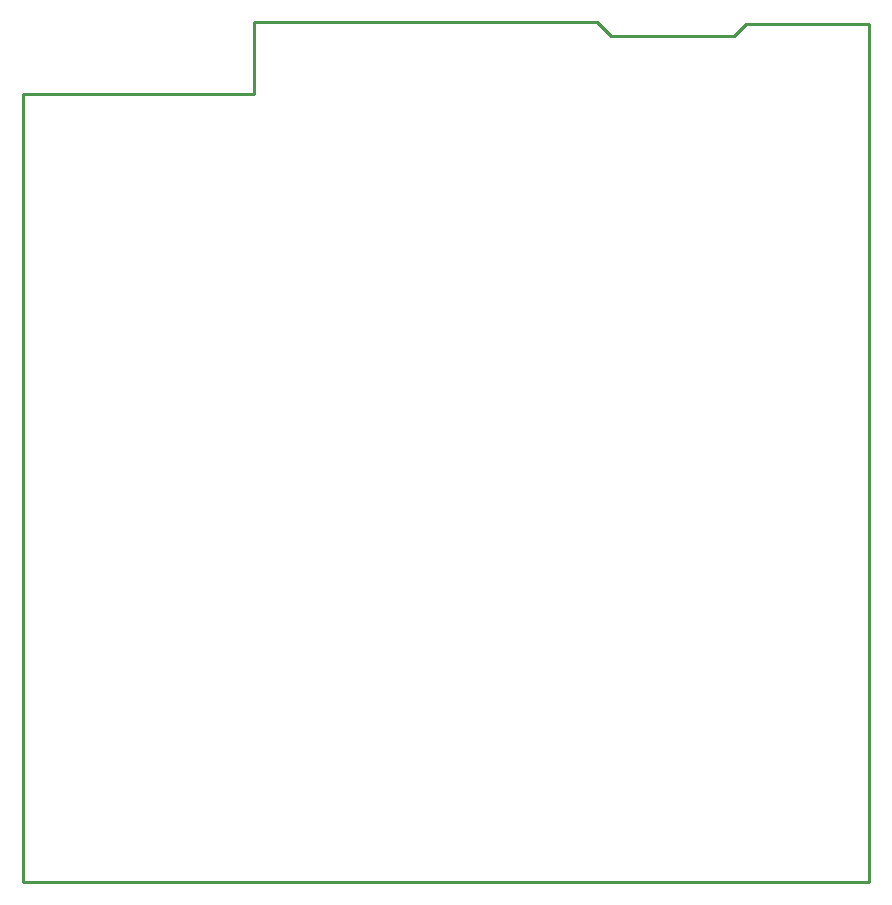
<source format=gbr>
%TF.GenerationSoftware,KiCad,Pcbnew,(7.0.0)*%
%TF.CreationDate,2023-03-12T03:28:47+03:00*%
%TF.ProjectId,ESP32-DEVKIT-L,45535033-322d-4444-9556-4b49542d4c2e,1*%
%TF.SameCoordinates,PX4260300PY8558f68*%
%TF.FileFunction,Other,User*%
%FSLAX46Y46*%
G04 Gerber Fmt 4.6, Leading zero omitted, Abs format (unit mm)*
G04 Created by KiCad (PCBNEW (7.0.0)) date 2023-03-12 03:28:47*
%MOMM*%
%LPD*%
G01*
G04 APERTURE LIST*
%TA.AperFunction,Profile*%
%ADD10C,0.254000*%
%TD*%
G04 APERTURE END LIST*
D10*
X48650000Y72773492D02*
X49770000Y71659000D01*
X48650000Y72773492D02*
X19554000Y72769000D01*
X-4000Y66673000D02*
X0Y0D01*
X61200000Y72675000D02*
X71675000Y72675000D01*
X19554000Y66673000D02*
X19554000Y72769000D01*
X60184000Y71659000D02*
X61200000Y72675000D01*
X49770000Y71659000D02*
X60184000Y71659000D01*
X71675000Y72675000D02*
X71675000Y0D01*
X-4000Y66673000D02*
X19554000Y66673000D01*
X0Y0D02*
X71675000Y0D01*
M02*

</source>
